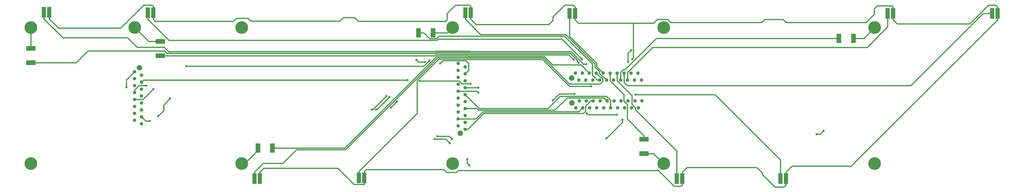
<source format=gbr>
G04 #@! TF.GenerationSoftware,KiCad,Pcbnew,5.0.2-bee76a0~70~ubuntu16.04.1*
G04 #@! TF.CreationDate,2019-05-02T01:50:19-04:00*
G04 #@! TF.ProjectId,BMS_Structural,424d535f-5374-4727-9563-747572616c2e,rev?*
G04 #@! TF.SameCoordinates,Original*
G04 #@! TF.FileFunction,Copper,L2,Bot*
G04 #@! TF.FilePolarity,Positive*
%FSLAX46Y46*%
G04 Gerber Fmt 4.6, Leading zero omitted, Abs format (unit mm)*
G04 Created by KiCad (PCBNEW 5.0.2-bee76a0~70~ubuntu16.04.1) date Thu 02 May 2019 01:50:19 AM EDT*
%MOMM*%
%LPD*%
G01*
G04 APERTURE LIST*
G04 #@! TA.AperFunction,SMDPad,CuDef*
%ADD10R,1.500000X4.000000*%
G04 #@! TD*
G04 #@! TA.AperFunction,ComponentPad*
%ADD11C,1.300000*%
G04 #@! TD*
G04 #@! TA.AperFunction,ComponentPad*
%ADD12C,2.000000*%
G04 #@! TD*
G04 #@! TA.AperFunction,ComponentPad*
%ADD13C,4.648200*%
G04 #@! TD*
G04 #@! TA.AperFunction,SMDPad,CuDef*
%ADD14R,3.500000X1.780000*%
G04 #@! TD*
G04 #@! TA.AperFunction,SMDPad,CuDef*
%ADD15R,1.780000X3.500000*%
G04 #@! TD*
G04 #@! TA.AperFunction,ViaPad*
%ADD16C,0.800000*%
G04 #@! TD*
G04 #@! TA.AperFunction,Conductor*
%ADD17C,0.381000*%
G04 #@! TD*
G04 APERTURE END LIST*
D10*
G04 #@! TO.P,RT11,1*
G04 #@! TO.N,/MODULE1_TEMP1_L*
X27829000Y-21463000D03*
G04 #@! TO.P,RT11,2*
G04 #@! TO.N,/GND_L*
X29829000Y-21463000D03*
G04 #@! TD*
G04 #@! TO.P,RT12,2*
G04 #@! TO.N,/GND_L*
X67802000Y-21590000D03*
G04 #@! TO.P,RT12,1*
G04 #@! TO.N,/MODULE1_TEMP2_L*
X65802000Y-21590000D03*
G04 #@! TD*
G04 #@! TO.P,RT21,2*
G04 #@! TO.N,/GND_L*
X106680000Y-82296000D03*
G04 #@! TO.P,RT21,1*
G04 #@! TO.N,/MODULE2_TEMP1_L*
X104680000Y-82296000D03*
G04 #@! TD*
G04 #@! TO.P,RT22,2*
G04 #@! TO.N,/GND_L*
X144780000Y-82042000D03*
G04 #@! TO.P,RT22,1*
G04 #@! TO.N,/MODULE2_TEMP2_L*
X142780000Y-82042000D03*
G04 #@! TD*
G04 #@! TO.P,RT31,2*
G04 #@! TO.N,/GND_L*
X183642000Y-21590000D03*
G04 #@! TO.P,RT31,1*
G04 #@! TO.N,/MODULE3_TEMP1_L*
X181642000Y-21590000D03*
G04 #@! TD*
G04 #@! TO.P,RT32,2*
G04 #@! TO.N,/GND_L*
X221726000Y-21844000D03*
G04 #@! TO.P,RT32,1*
G04 #@! TO.N,/MODULE3_TEMP2_L*
X219726000Y-21844000D03*
G04 #@! TD*
G04 #@! TO.P,RT41,2*
G04 #@! TO.N,/GND_L*
X260842000Y-82296000D03*
G04 #@! TO.P,RT41,1*
G04 #@! TO.N,/MODULE4_TEMP1_L*
X258842000Y-82296000D03*
G04 #@! TD*
G04 #@! TO.P,RT42,2*
G04 #@! TO.N,/GND_L*
X298688000Y-82296000D03*
G04 #@! TO.P,RT42,1*
G04 #@! TO.N,/MODULE4_TEMP2_L*
X296688000Y-82296000D03*
G04 #@! TD*
G04 #@! TO.P,RT51,2*
G04 #@! TO.N,/GND_L*
X337804000Y-21844000D03*
G04 #@! TO.P,RT51,1*
G04 #@! TO.N,/MODULE5_TEMP1_L*
X335804000Y-21844000D03*
G04 #@! TD*
G04 #@! TO.P,RT52,2*
G04 #@! TO.N,/GND_L*
X375920000Y-21844000D03*
G04 #@! TO.P,RT52,1*
G04 #@! TO.N,/MODULE5_TEMP2_L*
X373920000Y-21844000D03*
G04 #@! TD*
D11*
G04 #@! TO.P,J1,5*
G04 #@! TO.N,/CELL1_VOLT_L*
X226923600Y-43688000D03*
G04 #@! TO.P,J1,3*
G04 #@! TO.N,/MODULE1_TEMP2_L*
X224383600Y-43688000D03*
G04 #@! TO.P,J1,1*
G04 #@! TO.N,/V-_L*
X221843600Y-43688000D03*
G04 #@! TO.P,J1,7*
G04 #@! TO.N,/MODULE2_TEMP1_L*
X229463600Y-43688000D03*
G04 #@! TO.P,J1,2*
G04 #@! TO.N,/CELL0_VOLT_L*
X223113600Y-46228000D03*
G04 #@! TO.P,J1,4*
G04 #@! TO.N,/MODULE1_TEMP1_L*
X225653600Y-46228000D03*
G04 #@! TO.P,J1,6*
G04 #@! TO.N,/MODULE2_TEMP2_L*
X228193600Y-46228000D03*
G04 #@! TO.P,J1,8*
G04 #@! TO.N,/CELL2_VOLT_L*
X230733600Y-46228000D03*
G04 #@! TO.P,J1,9*
G04 #@! TO.N,/MODULE3_TEMP2_L*
X232003600Y-43688000D03*
G04 #@! TO.P,J1,10*
G04 #@! TO.N,/MODULE3_TEMP1_L*
X233273600Y-46228000D03*
G04 #@! TO.P,J1,11*
G04 #@! TO.N,/CELL3_VOLT_L*
X234543600Y-43688000D03*
G04 #@! TO.P,J1,12*
G04 #@! TO.N,/MODULE4_TEMP2_L*
X235813600Y-46228000D03*
G04 #@! TO.P,J1,13*
G04 #@! TO.N,/MODULE4_TEMP1_L*
X237083600Y-43688000D03*
G04 #@! TO.P,J1,14*
G04 #@! TO.N,/CELL4_VOLT_L*
X238353600Y-46228000D03*
G04 #@! TO.P,J1,15*
G04 #@! TO.N,/MODULE5_TEMP2_L*
X239623600Y-43688000D03*
G04 #@! TO.P,J1,16*
G04 #@! TO.N,/MODULE5_TEMP1_L*
X240893600Y-46228000D03*
G04 #@! TO.P,J1,17*
G04 #@! TO.N,/GND_L*
X242163600Y-43688000D03*
G04 #@! TO.P,J1,18*
G04 #@! TO.N,Net-(J1-Pad18)*
X243433600Y-46228000D03*
G04 #@! TO.P,J1,19*
G04 #@! TO.N,Net-(J1-Pad19)*
X244703600Y-43688000D03*
G04 #@! TO.P,J1,20*
G04 #@! TO.N,Net-(J1-Pad20)*
X245973600Y-46228000D03*
D12*
G04 #@! TO.P,J1,21*
G04 #@! TO.N,N/C*
X220443600Y-45488000D03*
G04 #@! TD*
D11*
G04 #@! TO.P,J3,5*
G04 #@! TO.N,/CELL1_VOLT_R*
X227025200Y-56388000D03*
G04 #@! TO.P,J3,3*
G04 #@! TO.N,/MODULE1_TEMP2_R*
X224485200Y-56388000D03*
G04 #@! TO.P,J3,1*
G04 #@! TO.N,/V-_R*
X221945200Y-56388000D03*
G04 #@! TO.P,J3,7*
G04 #@! TO.N,/MODULE2_TEMP1_R*
X229565200Y-56388000D03*
G04 #@! TO.P,J3,2*
G04 #@! TO.N,/CELL0_VOLT_R*
X223215200Y-53848000D03*
G04 #@! TO.P,J3,4*
G04 #@! TO.N,/MODULE1_TEMP1_R*
X225755200Y-53848000D03*
G04 #@! TO.P,J3,6*
G04 #@! TO.N,/MODULE2_TEMP2_R*
X228295200Y-53848000D03*
G04 #@! TO.P,J3,8*
G04 #@! TO.N,/CELL2_VOLT_R*
X230835200Y-53848000D03*
G04 #@! TO.P,J3,9*
G04 #@! TO.N,/MODULE3_TEMP2_R*
X232105200Y-56388000D03*
G04 #@! TO.P,J3,10*
G04 #@! TO.N,/MODULE3_TEMP1_R*
X233375200Y-53848000D03*
G04 #@! TO.P,J3,11*
G04 #@! TO.N,/CELL3_VOLT_R*
X234645200Y-56388000D03*
G04 #@! TO.P,J3,12*
G04 #@! TO.N,/MODULE4_TEMP2_R*
X235915200Y-53848000D03*
G04 #@! TO.P,J3,13*
G04 #@! TO.N,/MODULE4_TEMP1_R*
X237185200Y-56388000D03*
G04 #@! TO.P,J3,14*
G04 #@! TO.N,/CELL4_VOLT_R*
X238455200Y-53848000D03*
G04 #@! TO.P,J3,15*
G04 #@! TO.N,/MODULE5_TEMP2_R*
X239725200Y-56388000D03*
G04 #@! TO.P,J3,16*
G04 #@! TO.N,/MODULE5_TEMP1_R*
X240995200Y-53848000D03*
G04 #@! TO.P,J3,17*
G04 #@! TO.N,/GND_R*
X242265200Y-56388000D03*
G04 #@! TO.P,J3,18*
G04 #@! TO.N,Net-(J3-Pad18)*
X243535200Y-53848000D03*
G04 #@! TO.P,J3,19*
G04 #@! TO.N,Net-(J3-Pad19)*
X244805200Y-56388000D03*
G04 #@! TO.P,J3,20*
G04 #@! TO.N,Net-(J3-Pad20)*
X246075200Y-53848000D03*
D12*
G04 #@! TO.P,J3,21*
G04 #@! TO.N,N/C*
X220545200Y-54588000D03*
G04 #@! TD*
D13*
G04 #@! TO.P,B1,1*
G04 #@! TO.N,Net-(B1-Pad1)*
X23061600Y-27051000D03*
G04 #@! TD*
G04 #@! TO.P,B2,1*
G04 #@! TO.N,Net-(B2-Pad1)*
X100061600Y-76827800D03*
G04 #@! TD*
G04 #@! TO.P,B3,1*
G04 #@! TO.N,Net-(B3-Pad1)*
X177061600Y-27051000D03*
G04 #@! TD*
G04 #@! TO.P,B4,1*
G04 #@! TO.N,Net-(B4-Pad1)*
X254061601Y-76827800D03*
G04 #@! TD*
G04 #@! TO.P,B5,1*
G04 #@! TO.N,Net-(B5-Pad1)*
X331061601Y-27051000D03*
G04 #@! TD*
G04 #@! TO.P,B6,1*
G04 #@! TO.N,Net-(B6-Pad1)*
X331061601Y-76827800D03*
G04 #@! TD*
G04 #@! TO.P,B7,1*
G04 #@! TO.N,Net-(B7-Pad1)*
X254061601Y-27051000D03*
G04 #@! TD*
G04 #@! TO.P,B8,1*
G04 #@! TO.N,Net-(B8-Pad1)*
X177061600Y-76827800D03*
G04 #@! TD*
G04 #@! TO.P,B10,1*
G04 #@! TO.N,Net-(B10-Pad1)*
X23061600Y-76827800D03*
G04 #@! TD*
G04 #@! TO.P,B12,1*
G04 #@! TO.N,Net-(B12-Pad1)*
X61061600Y-27051000D03*
G04 #@! TD*
D11*
G04 #@! TO.P,J2,5*
G04 #@! TO.N,/MODULE9_TEMP1_R*
X60960000Y-48260000D03*
G04 #@! TO.P,J2,3*
G04 #@! TO.N,/MODULE10_TEMP2_R*
X60960000Y-45720000D03*
G04 #@! TO.P,J2,1*
G04 #@! TO.N,/MODULE10_TEMP1_R*
X60960000Y-43180000D03*
G04 #@! TO.P,J2,7*
G04 #@! TO.N,/MODULE9_TEMP2_R*
X60960000Y-50800000D03*
G04 #@! TO.P,J2,2*
G04 #@! TO.N,/CELL10_VOLT_R*
X63500000Y-44450000D03*
G04 #@! TO.P,J2,4*
G04 #@! TO.N,/V-_R*
X63500000Y-46990000D03*
G04 #@! TO.P,J2,6*
G04 #@! TO.N,/CELL9_VOLT_R*
X63500000Y-49530000D03*
G04 #@! TO.P,J2,8*
G04 #@! TO.N,/MODULE8_TEMP1_R*
X63500000Y-52070000D03*
G04 #@! TO.P,J2,9*
G04 #@! TO.N,/CELL8_VOLT_R*
X60960000Y-53340000D03*
G04 #@! TO.P,J2,10*
G04 #@! TO.N,/MODULE8_TEMP2_R*
X63500000Y-54610000D03*
G04 #@! TO.P,J2,11*
G04 #@! TO.N,/MODULE7_TEMP1_R*
X60960000Y-55880000D03*
G04 #@! TO.P,J2,12*
G04 #@! TO.N,/CELL7_VOLT_R*
X63500000Y-57150000D03*
G04 #@! TO.P,J2,13*
G04 #@! TO.N,/MODULE7_TEMP2_R*
X60960000Y-58420000D03*
G04 #@! TO.P,J2,14*
G04 #@! TO.N,/MODULE6_TEMP1_R*
X63500000Y-59690000D03*
G04 #@! TO.P,J2,15*
G04 #@! TO.N,/CELL6_VOLT_R*
X60960000Y-60960000D03*
G04 #@! TO.P,J2,16*
G04 #@! TO.N,/MODULE6_TEMP2_R*
X63500000Y-62230000D03*
D12*
G04 #@! TO.P,J2,17*
G04 #@! TO.N,N/C*
X62760000Y-41780000D03*
G04 #@! TD*
D11*
G04 #@! TO.P,J4,5*
G04 #@! TO.N,/CELL4_VOLT_R*
X181610000Y-59182000D03*
G04 #@! TO.P,J4,3*
G04 #@! TO.N,/MODULE2_TEMP1_R*
X181610000Y-61722000D03*
G04 #@! TO.P,J4,1*
G04 #@! TO.N,/MODULE2_TEMP2_R*
X181610000Y-64262000D03*
G04 #@! TO.P,J4,7*
G04 #@! TO.N,/MODULE3_TEMP1_R*
X181610000Y-56642000D03*
G04 #@! TO.P,J4,2*
G04 #@! TO.N,/CELL2_VOLT_R*
X179070000Y-62992000D03*
G04 #@! TO.P,J4,4*
G04 #@! TO.N,/MODULE1_TEMP2_R*
X179070000Y-60452000D03*
G04 #@! TO.P,J4,6*
G04 #@! TO.N,/MODULE3_TEMP2_R*
X179070000Y-57912000D03*
G04 #@! TO.P,J4,8*
G04 #@! TO.N,/CELL5_VOLT_R*
X179070000Y-55372000D03*
G04 #@! TO.P,J4,9*
G04 #@! TO.N,/MODULE4_TEMP2_R*
X181610000Y-54102000D03*
G04 #@! TO.P,J4,10*
G04 #@! TO.N,/MODULE4_TEMP1_R*
X179070000Y-52832000D03*
G04 #@! TO.P,J4,11*
G04 #@! TO.N,/CELL3_VOLT_R*
X181610000Y-51562000D03*
G04 #@! TO.P,J4,12*
G04 #@! TO.N,/MODULE5_TEMP2_R*
X179070000Y-50292000D03*
G04 #@! TO.P,J4,13*
G04 #@! TO.N,/MODULE5_TEMP1_R*
X181610000Y-49022000D03*
G04 #@! TO.P,J4,14*
G04 #@! TO.N,/CELL1_VOLT_R*
X179070000Y-47752000D03*
G04 #@! TO.P,J4,15*
G04 #@! TO.N,/MODULE1_TEMP1_R*
X181610000Y-46482000D03*
G04 #@! TO.P,J4,16*
G04 #@! TO.N,/CELL0_VOLT_R*
X179070000Y-45212000D03*
G04 #@! TO.P,J4,17*
G04 #@! TO.N,/V+_R*
X181610000Y-43942000D03*
G04 #@! TO.P,J4,18*
G04 #@! TO.N,/VREG_R*
X179070000Y-42672000D03*
G04 #@! TO.P,J4,19*
G04 #@! TO.N,/GND_R*
X181610000Y-41402000D03*
G04 #@! TO.P,J4,20*
G04 #@! TO.N,Net-(J4-Pad20)*
X179070000Y-40132000D03*
D12*
G04 #@! TO.P,J4,21*
G04 #@! TO.N,N/C*
X179810000Y-65662000D03*
G04 #@! TD*
D13*
G04 #@! TO.P,B9,1*
G04 #@! TO.N,Net-(B9-Pad1)*
X100061600Y-27051000D03*
G04 #@! TD*
D14*
G04 #@! TO.P,F1,1*
G04 #@! TO.N,/CELL0_VOLT_L*
X23114000Y-39878000D03*
G04 #@! TO.P,F1,2*
G04 #@! TO.N,Net-(B1-Pad1)*
X23114000Y-34598000D03*
G04 #@! TD*
D15*
G04 #@! TO.P,F2,1*
G04 #@! TO.N,/CELL1_VOLT_L*
X111252000Y-71120000D03*
G04 #@! TO.P,F2,2*
G04 #@! TO.N,Net-(B2-Pad1)*
X105972000Y-71120000D03*
G04 #@! TD*
G04 #@! TO.P,F3,1*
G04 #@! TO.N,/CELL2_VOLT_L*
X164592000Y-28956000D03*
G04 #@! TO.P,F3,2*
G04 #@! TO.N,Net-(B3-Pad1)*
X169872000Y-28956000D03*
G04 #@! TD*
D14*
G04 #@! TO.P,F4,2*
G04 #@! TO.N,Net-(B4-Pad1)*
X246888000Y-73152000D03*
G04 #@! TO.P,F4,1*
G04 #@! TO.N,/CELL3_VOLT_L*
X246888000Y-67872000D03*
G04 #@! TD*
D15*
G04 #@! TO.P,F5,2*
G04 #@! TO.N,Net-(B5-Pad1)*
X323288000Y-30988000D03*
G04 #@! TO.P,F5,1*
G04 #@! TO.N,/CELL4_VOLT_L*
X318008000Y-30988000D03*
G04 #@! TD*
D14*
G04 #@! TO.P,F13,1*
G04 #@! TO.N,/V-_L*
X70358000Y-37338000D03*
G04 #@! TO.P,F13,2*
G04 #@! TO.N,Net-(B12-Pad1)*
X70358000Y-32058000D03*
G04 #@! TD*
D16*
G04 #@! TO.N,/MODULE5_TEMP2_R*
X186436012Y-50800000D03*
G04 #@! TO.N,/MODULE4_TEMP2_R*
X221475836Y-51336510D03*
X213614000Y-53660554D03*
G04 #@! TO.N,/MODULE5_TEMP1_R*
X186436000Y-49022000D03*
G04 #@! TO.N,/MODULE10_TEMP1_R*
X57995331Y-48883382D03*
G04 #@! TO.N,/V+_R*
X79756000Y-41148000D03*
X172466000Y-40132000D03*
X168584601Y-39066160D03*
G04 #@! TO.N,/MODULE9_TEMP2_R*
X65278000Y-48260000D03*
G04 #@! TO.N,/MODULE7_TEMP2_R*
X153981102Y-52399658D03*
X149098000Y-57048479D03*
G04 #@! TO.N,/MODULE7_TEMP1_R*
X156701648Y-54085647D03*
X154482973Y-56337023D03*
G04 #@! TO.N,/MODULE6_TEMP1_R*
X66547994Y-61214000D03*
X170434000Y-67818000D03*
X176022000Y-69342000D03*
X309880000Y-66040000D03*
X312420000Y-64770000D03*
G04 #@! TO.N,/MODULE6_TEMP2_R*
X171450000Y-66801996D03*
X176784000Y-67789490D03*
G04 #@! TO.N,/GND_R*
X233172000Y-67564000D03*
X183134000Y-77470000D03*
X182372000Y-75155490D03*
X239014000Y-60785468D03*
X166878000Y-39624000D03*
X163830000Y-38862000D03*
X73914000Y-52981402D03*
X69596000Y-59436000D03*
X242179489Y-35269243D03*
X241046000Y-39624000D03*
G04 #@! TO.N,/GND_L*
X242570000Y-38608000D03*
G04 #@! TO.N,/V-_R*
X183511978Y-47555655D03*
X160528000Y-46228000D03*
X164964956Y-46565053D03*
G04 #@! TO.N,/CELL3_VOLT_R*
X181610000Y-51562000D03*
G04 #@! TO.N,/CELL4_VOLT_R*
X236982000Y-58928000D03*
X225919515Y-58426457D03*
G04 #@! TO.N,/CELL8_VOLT_R*
X67818000Y-49530000D03*
G04 #@! TO.N,/CELL6_VOLT_R*
X152908000Y-52070000D03*
X147574000Y-57048479D03*
G04 #@! TO.N,/CELL0_VOLT_L*
X223012000Y-39878000D03*
G04 #@! TO.N,/V-_L*
X221204164Y-38739787D03*
G04 #@! TO.N,/MODULE1_TEMP2_L*
X224292519Y-38636510D03*
G04 #@! TO.N,/MODULE1_TEMP1_L*
X225806000Y-40386000D03*
G04 #@! TO.N,/MODULE2_TEMP2_L*
X227584000Y-48514000D03*
G04 #@! TO.N,/MODULE4_TEMP2_L*
X243811490Y-51562000D03*
G04 #@! TD*
D17*
G04 #@! TO.N,/MODULE5_TEMP2_R*
X179070000Y-50292000D02*
X185928012Y-50292000D01*
X186036013Y-50400001D02*
X186436012Y-50800000D01*
X185928012Y-50292000D02*
X186036013Y-50400001D01*
G04 #@! TO.N,/MODULE4_TEMP2_R*
X213614000Y-53594000D02*
X215871490Y-51336510D01*
X215871490Y-51336510D02*
X220910151Y-51336510D01*
X220910151Y-51336510D02*
X221475836Y-51336510D01*
X213614000Y-53594000D02*
X213614000Y-53660554D01*
G04 #@! TO.N,/MODULE2_TEMP2_R*
X182529238Y-64262000D02*
X181610000Y-64262000D01*
X188371238Y-58420000D02*
X182529238Y-64262000D01*
X224756030Y-58420000D02*
X188371238Y-58420000D01*
X228295200Y-53848000D02*
X227375962Y-53848000D01*
X227375962Y-53848000D02*
X225540073Y-55683889D01*
X225540073Y-55683889D02*
X225540073Y-57635957D01*
X225540073Y-57635957D02*
X224756030Y-58420000D01*
G04 #@! TO.N,/MODULE5_TEMP1_R*
X186436000Y-49022000D02*
X181610000Y-49022000D01*
G04 #@! TO.N,/MODULE1_TEMP2_R*
X223034211Y-57838989D02*
X188130576Y-57838989D01*
X224485200Y-56388000D02*
X223034211Y-57838989D01*
X188130576Y-57838989D02*
X185517565Y-60452000D01*
X179989238Y-60452000D02*
X179070000Y-60452000D01*
X185517565Y-60452000D02*
X179989238Y-60452000D01*
G04 #@! TO.N,/MODULE3_TEMP1_R*
X214302989Y-57223011D02*
X186449338Y-57223011D01*
X186449338Y-57223011D02*
X185868327Y-56642000D01*
X182529238Y-56642000D02*
X181610000Y-56642000D01*
X218817978Y-52708022D02*
X214302989Y-57223011D01*
X233375200Y-53848000D02*
X232235222Y-52708022D01*
X185868327Y-56642000D02*
X182529238Y-56642000D01*
X232235222Y-52708022D02*
X218817978Y-52708022D01*
G04 #@! TO.N,/MODULE10_TEMP1_R*
X57995331Y-46144669D02*
X57995331Y-48317697D01*
X57995331Y-48317697D02*
X57995331Y-48883382D01*
X60960000Y-43180000D02*
X57995331Y-46144669D01*
G04 #@! TO.N,/V+_R*
X173506501Y-39091499D02*
X172865999Y-39732001D01*
X181839499Y-39091499D02*
X173506501Y-39091499D01*
X181610000Y-43942000D02*
X182855499Y-42696501D01*
X182855499Y-40107499D02*
X181839499Y-39091499D01*
X172865999Y-39732001D02*
X172466000Y-40132000D01*
X182855499Y-42696501D02*
X182855499Y-40107499D01*
X168184602Y-39466159D02*
X168584601Y-39066160D01*
X79756000Y-41148000D02*
X166502761Y-41148000D01*
X166502761Y-41148000D02*
X168184602Y-39466159D01*
G04 #@! TO.N,/MODULE9_TEMP2_R*
X60960000Y-49880762D02*
X62580762Y-48260000D01*
X62580762Y-48260000D02*
X65278000Y-48260000D01*
X60960000Y-50800000D02*
X60960000Y-49880762D01*
G04 #@! TO.N,/MODULE7_TEMP2_R*
X149332281Y-57048479D02*
X149098000Y-57048479D01*
X153981102Y-52399658D02*
X149332281Y-57048479D01*
G04 #@! TO.N,/MODULE7_TEMP1_R*
X156701648Y-54085647D02*
X154482973Y-56304322D01*
X154482973Y-56304322D02*
X154482973Y-56337023D01*
G04 #@! TO.N,/MODULE6_TEMP1_R*
X65982309Y-61214000D02*
X66547994Y-61214000D01*
X63500000Y-59690000D02*
X65024000Y-61214000D01*
X65024000Y-61214000D02*
X65982309Y-61214000D01*
X174498000Y-67818000D02*
X176022000Y-69342000D01*
X170434000Y-67818000D02*
X174498000Y-67818000D01*
X311150000Y-66040000D02*
X312420000Y-64770000D01*
X309880000Y-66040000D02*
X311150000Y-66040000D01*
G04 #@! TO.N,/MODULE6_TEMP2_R*
X175796506Y-66801996D02*
X176384001Y-67389491D01*
X171450000Y-66801996D02*
X175796506Y-66801996D01*
X176384001Y-67389491D02*
X176784000Y-67789490D01*
G04 #@! TO.N,/GND_R*
X183134000Y-77470000D02*
X182372000Y-76708000D01*
X182372000Y-76708000D02*
X182372000Y-75721175D01*
X182372000Y-75721175D02*
X182372000Y-75155490D01*
X239014000Y-61722000D02*
X239014000Y-61351153D01*
X233172000Y-67564000D02*
X239014000Y-61722000D01*
X239014000Y-61351153D02*
X239014000Y-60785468D01*
X166878000Y-39624000D02*
X164592000Y-39624000D01*
X164592000Y-39624000D02*
X163830000Y-38862000D01*
X69995999Y-59036001D02*
X69596000Y-59436000D01*
X71628000Y-57404000D02*
X69995999Y-59036001D01*
X71628000Y-55267402D02*
X71628000Y-57404000D01*
X73914000Y-52981402D02*
X71628000Y-55267402D01*
X242179489Y-35269243D02*
X241046000Y-36402732D01*
X241046000Y-39058315D02*
X241046000Y-39624000D01*
X241046000Y-36402732D02*
X241046000Y-39058315D01*
G04 #@! TO.N,/GND_L*
X375920000Y-19463000D02*
X375253000Y-18796000D01*
X375920000Y-21844000D02*
X375920000Y-19463000D01*
X375253000Y-18796000D02*
X372618000Y-18796000D01*
X372618000Y-18796000D02*
X365760000Y-25654000D01*
X337804000Y-24225000D02*
X337804000Y-21844000D01*
X339233000Y-25654000D02*
X337804000Y-24225000D01*
X365760000Y-25654000D02*
X339233000Y-25654000D01*
X221726000Y-19463000D02*
X221059000Y-18796000D01*
X221726000Y-21844000D02*
X221726000Y-19463000D01*
X221059000Y-18796000D02*
X217932000Y-18796000D01*
X217932000Y-18796000D02*
X213614000Y-23114000D01*
X213614000Y-23114000D02*
X213614000Y-24384000D01*
X213614000Y-24384000D02*
X212090000Y-25908000D01*
X185579000Y-25908000D02*
X183642000Y-23971000D01*
X183642000Y-23971000D02*
X183642000Y-21590000D01*
X212090000Y-25908000D02*
X185579000Y-25908000D01*
X68513285Y-24682285D02*
X67802000Y-23971000D01*
X97028000Y-24682285D02*
X68513285Y-24682285D01*
X98088285Y-23622000D02*
X97028000Y-24682285D01*
X67802000Y-23971000D02*
X67802000Y-21590000D01*
X103378000Y-24638000D02*
X102362000Y-23622000D01*
X135890000Y-24638000D02*
X103378000Y-24638000D01*
X178054000Y-18796000D02*
X175006000Y-21844000D01*
X102362000Y-23622000D02*
X98088285Y-23622000D01*
X183229000Y-18796000D02*
X178054000Y-18796000D01*
X137160000Y-23368000D02*
X135890000Y-24638000D01*
X175006000Y-21844000D02*
X175006000Y-24130000D01*
X183642000Y-19209000D02*
X183229000Y-18796000D01*
X183642000Y-21590000D02*
X183642000Y-19209000D01*
X174244000Y-24892000D02*
X174035687Y-24683687D01*
X174035687Y-24683687D02*
X142539687Y-24683687D01*
X142539687Y-24683687D02*
X141224000Y-23368000D01*
X175006000Y-24130000D02*
X174244000Y-24892000D01*
X141224000Y-23368000D02*
X137160000Y-23368000D01*
X375920000Y-24225000D02*
X322421000Y-77724000D01*
X375920000Y-21844000D02*
X375920000Y-24225000D01*
X298688000Y-79915000D02*
X298688000Y-82296000D01*
X300879000Y-77724000D02*
X298688000Y-79915000D01*
X322421000Y-77724000D02*
X300879000Y-77724000D01*
X262525000Y-78232000D02*
X260842000Y-79915000D01*
X260842000Y-79915000D02*
X260842000Y-82296000D01*
X288063486Y-78232000D02*
X262525000Y-78232000D01*
X290068000Y-80236514D02*
X288063486Y-78232000D01*
X290068000Y-80772000D02*
X290068000Y-80236514D01*
X298688000Y-82296000D02*
X298688000Y-84677000D01*
X298688000Y-84677000D02*
X298021000Y-85344000D01*
X298021000Y-85344000D02*
X294640000Y-85344000D01*
X294640000Y-85344000D02*
X290068000Y-80772000D01*
X144780000Y-79661000D02*
X144780000Y-82042000D01*
X260429000Y-85090000D02*
X257850351Y-85090000D01*
X260842000Y-82296000D02*
X260842000Y-84677000D01*
X260842000Y-84677000D02*
X260429000Y-85090000D01*
X257850351Y-85090000D02*
X252089978Y-79329627D01*
X145447000Y-78994000D02*
X144780000Y-79661000D01*
X252089978Y-79329627D02*
X179033223Y-79329627D01*
X179033223Y-79329627D02*
X178352850Y-80010000D01*
X178352850Y-80010000D02*
X174841485Y-80010000D01*
X173825485Y-78994000D02*
X145447000Y-78994000D01*
X174841485Y-80010000D02*
X173825485Y-78994000D01*
X144770499Y-84432501D02*
X141074501Y-84432501D01*
X144780000Y-84423000D02*
X144770499Y-84432501D01*
X144780000Y-82042000D02*
X144780000Y-84423000D01*
X141074501Y-84432501D02*
X135128000Y-78486000D01*
X106680000Y-79915000D02*
X106680000Y-82296000D01*
X108109000Y-78486000D02*
X106680000Y-79915000D01*
X135128000Y-78486000D02*
X108109000Y-78486000D01*
X337804000Y-19463000D02*
X337804000Y-21844000D01*
X331978000Y-19050000D02*
X337391000Y-19050000D01*
X337391000Y-19050000D02*
X337804000Y-19463000D01*
X330962000Y-22098000D02*
X330962000Y-20066000D01*
X327914000Y-25146000D02*
X330962000Y-22098000D01*
X298704000Y-25146000D02*
X327914000Y-25146000D01*
X221726000Y-24225000D02*
X222901000Y-25400000D01*
X250310286Y-25400000D02*
X251681887Y-24028399D01*
X255512450Y-24028399D02*
X256630051Y-25146000D01*
X290920237Y-24039763D02*
X297597763Y-24039763D01*
X221726000Y-21844000D02*
X221726000Y-24225000D01*
X251681887Y-24028399D02*
X255512450Y-24028399D01*
X289814000Y-25146000D02*
X290920237Y-24039763D01*
X330962000Y-20066000D02*
X331978000Y-19050000D01*
X297597763Y-24039763D02*
X298704000Y-25146000D01*
X256630051Y-25146000D02*
X289814000Y-25146000D01*
X242570000Y-38608000D02*
X242969999Y-38208001D01*
X222901000Y-25400000D02*
X243078000Y-25400000D01*
X242969999Y-25508001D02*
X243078000Y-25400000D01*
X243078000Y-25400000D02*
X250310286Y-25400000D01*
X242969999Y-38208001D02*
X242969999Y-25508001D01*
X67802000Y-19209000D02*
X67802000Y-21590000D01*
X67389000Y-18796000D02*
X67802000Y-19209000D01*
X64262000Y-18796000D02*
X67389000Y-18796000D01*
X29829000Y-23844000D02*
X33163000Y-27178000D01*
X29829000Y-21463000D02*
X29829000Y-23844000D01*
X33163000Y-27178000D02*
X55880000Y-27178000D01*
X55880000Y-27178000D02*
X64262000Y-18796000D01*
G04 #@! TO.N,Net-(B1-Pad1)*
X23114000Y-27103400D02*
X23061600Y-27051000D01*
X23114000Y-34598000D02*
X23114000Y-27103400D01*
G04 #@! TO.N,Net-(B2-Pad1)*
X101124200Y-76827800D02*
X100061600Y-76827800D01*
X105972000Y-71980000D02*
X101124200Y-76827800D01*
X105972000Y-71120000D02*
X105972000Y-71980000D01*
G04 #@! TO.N,Net-(B3-Pad1)*
X175156600Y-28956000D02*
X177061600Y-27051000D01*
X169872000Y-28956000D02*
X175156600Y-28956000D01*
G04 #@! TO.N,Net-(B4-Pad1)*
X250385801Y-73152000D02*
X254061601Y-76827800D01*
X246888000Y-73152000D02*
X250385801Y-73152000D01*
G04 #@! TO.N,Net-(B5-Pad1)*
X327124601Y-30988000D02*
X331061601Y-27051000D01*
X323288000Y-30988000D02*
X327124601Y-30988000D01*
G04 #@! TO.N,Net-(B12-Pad1)*
X66068600Y-32058000D02*
X70358000Y-32058000D01*
X61061600Y-27051000D02*
X66068600Y-32058000D01*
G04 #@! TO.N,/V-_R*
X64262000Y-46228000D02*
X63500000Y-46990000D01*
X160528000Y-46228000D02*
X64262000Y-46228000D01*
X179422995Y-46565053D02*
X165530641Y-46565053D01*
X165530641Y-46565053D02*
X164964956Y-46565053D01*
X183511978Y-47555655D02*
X180413597Y-47555655D01*
X180413597Y-47555655D02*
X179422995Y-46565053D01*
G04 #@! TO.N,/CELL3_VOLT_R*
X233194153Y-52127011D02*
X216317487Y-52127011D01*
X216317487Y-52127011D02*
X211802498Y-56642000D01*
X186690000Y-56642000D02*
X182259999Y-52211999D01*
X234645200Y-56388000D02*
X234645200Y-53578058D01*
X234645200Y-53578058D02*
X233194153Y-52127011D01*
X211802498Y-56642000D02*
X186690000Y-56642000D01*
X182259999Y-52211999D02*
X181610000Y-51562000D01*
G04 #@! TO.N,/CELL4_VOLT_R*
X226319514Y-58826456D02*
X225919515Y-58426457D01*
X236982000Y-58928000D02*
X226421058Y-58928000D01*
X226421058Y-58928000D02*
X226319514Y-58826456D01*
G04 #@! TO.N,/CELL8_VOLT_R*
X64008000Y-53340000D02*
X67818000Y-49530000D01*
X60960000Y-53340000D02*
X64008000Y-53340000D01*
G04 #@! TO.N,/CELL6_VOLT_R*
X152908000Y-52070000D02*
X147929521Y-57048479D01*
X147929521Y-57048479D02*
X147574000Y-57048479D01*
G04 #@! TO.N,/CELL0_VOLT_L*
X222612001Y-39029673D02*
X219977339Y-36395011D01*
X222612001Y-39478001D02*
X222612001Y-39029673D01*
X72757913Y-36395011D02*
X71922902Y-35560000D01*
X223012000Y-39878000D02*
X222612001Y-39478001D01*
X183251376Y-36395011D02*
X183042809Y-36186444D01*
X71922902Y-35560000D02*
X43942000Y-35560000D01*
X183042809Y-36186444D02*
X170938922Y-36186444D01*
X170730355Y-36395011D02*
X72757913Y-36395011D01*
X219977339Y-36395011D02*
X183251376Y-36395011D01*
X25245000Y-39878000D02*
X23114000Y-39878000D01*
X43942000Y-35560000D02*
X39624000Y-39878000D01*
X170938922Y-36186444D02*
X170730355Y-36395011D01*
X39624000Y-39878000D02*
X25245000Y-39878000D01*
G04 #@! TO.N,/CELL1_VOLT_L*
X182561485Y-37348466D02*
X171420246Y-37348466D01*
X182770052Y-37557033D02*
X182561485Y-37348466D01*
X213507845Y-40668501D02*
X210396379Y-37557033D01*
X112523000Y-71120000D02*
X111252000Y-71120000D01*
X223904101Y-40668501D02*
X213507845Y-40668501D01*
X171420246Y-37348466D02*
X137648712Y-71120000D01*
X226923600Y-43688000D02*
X223904101Y-40668501D01*
X137648712Y-71120000D02*
X112523000Y-71120000D01*
X210396379Y-37557033D02*
X182770052Y-37557033D01*
G04 #@! TO.N,/CELL2_VOLT_L*
X165863000Y-28956000D02*
X164592000Y-28956000D01*
X172017913Y-30152989D02*
X171074401Y-31096501D01*
X171074401Y-31096501D02*
X168669599Y-31096501D01*
X229814362Y-46228000D02*
X227964101Y-44377739D01*
X168669599Y-31096501D02*
X166529098Y-28956000D01*
X166529098Y-28956000D02*
X165863000Y-28956000D01*
X227964101Y-40258101D02*
X217858989Y-30152989D01*
X227964101Y-44377739D02*
X227964101Y-40258101D01*
X217858989Y-30152989D02*
X172017913Y-30152989D01*
X230733600Y-46228000D02*
X229814362Y-46228000D01*
G04 #@! TO.N,/CELL3_VOLT_L*
X234543600Y-46497942D02*
X234543600Y-44607238D01*
X239495701Y-51450043D02*
X234543600Y-46497942D01*
X239495701Y-53888443D02*
X239495701Y-51450043D01*
X234543600Y-44607238D02*
X234543600Y-43688000D01*
X240765701Y-55158443D02*
X239495701Y-53888443D01*
X240765701Y-60478701D02*
X240765701Y-55158443D01*
X246888000Y-66601000D02*
X240765701Y-60478701D01*
X246888000Y-67872000D02*
X246888000Y-66601000D01*
G04 #@! TO.N,/CELL4_VOLT_L*
X238353600Y-45308762D02*
X238353600Y-46228000D01*
X238353600Y-43332400D02*
X238353600Y-45308762D01*
X251359942Y-30988000D02*
X239929942Y-42418000D01*
X239929942Y-42418000D02*
X239268000Y-42418000D01*
X318008000Y-30988000D02*
X251359942Y-30988000D01*
X239268000Y-42418000D02*
X238353600Y-43332400D01*
G04 #@! TO.N,/V-_L*
X170609039Y-37338000D02*
X171179584Y-36767455D01*
X183010714Y-36976022D02*
X219440399Y-36976022D01*
X171179584Y-36767455D02*
X182802147Y-36767455D01*
X182802147Y-36767455D02*
X183010714Y-36976022D01*
X219440399Y-36976022D02*
X220804165Y-38339788D01*
X220804165Y-38339788D02*
X221204164Y-38739787D01*
X70358000Y-37338000D02*
X170609039Y-37338000D01*
G04 #@! TO.N,/MODULE1_TEMP2_L*
X171315063Y-31677512D02*
X171726587Y-31265988D01*
X171726587Y-31265988D02*
X216921997Y-31265988D01*
X65802000Y-21590000D02*
X65802000Y-23971000D01*
X216921997Y-31265988D02*
X223892520Y-38236511D01*
X223892520Y-38236511D02*
X224292519Y-38636510D01*
X73508512Y-31677512D02*
X171315063Y-31677512D01*
X65802000Y-23971000D02*
X73508512Y-31677512D01*
G04 #@! TO.N,/MODULE2_TEMP1_L*
X230963099Y-45187499D02*
X231233041Y-45187499D01*
X230822553Y-47678989D02*
X219696661Y-47678989D01*
X120068989Y-71701011D02*
X115062000Y-76708000D01*
X137889374Y-71701011D02*
X120068989Y-71701011D01*
X107887000Y-76708000D02*
X104680000Y-79915000D01*
X115062000Y-76708000D02*
X107887000Y-76708000D01*
X231774101Y-46727441D02*
X230822553Y-47678989D01*
X229463600Y-43688000D02*
X230963099Y-45187499D01*
X231233041Y-45187499D02*
X231774101Y-45728559D01*
X182320823Y-37929477D02*
X171660908Y-37929477D01*
X219696661Y-47678989D02*
X210155717Y-38138044D01*
X171660908Y-37929477D02*
X137889374Y-71701011D01*
X210155717Y-38138044D02*
X182529390Y-38138044D01*
X182529390Y-38138044D02*
X182320823Y-37929477D01*
X104680000Y-79915000D02*
X104680000Y-82296000D01*
X231774101Y-45728559D02*
X231774101Y-46727441D01*
G04 #@! TO.N,/MODULE1_TEMP1_L*
X170698260Y-35605433D02*
X170489693Y-35814000D01*
X183283471Y-35605433D02*
X170698260Y-35605433D01*
X27829000Y-23844000D02*
X27829000Y-21463000D01*
X225806000Y-40386000D02*
X224790000Y-40386000D01*
X73406000Y-35814000D02*
X71808989Y-34216989D01*
X71808989Y-34216989D02*
X61859490Y-34216989D01*
X58420000Y-30777499D02*
X34762499Y-30777499D01*
X170489693Y-35814000D02*
X73406000Y-35814000D01*
X34762499Y-30777499D02*
X27829000Y-23844000D01*
X183492038Y-35814000D02*
X183283471Y-35605433D01*
X61859490Y-34216989D02*
X58420000Y-30777499D01*
X220218001Y-35814000D02*
X183492038Y-35814000D01*
X224790000Y-40386000D02*
X220218001Y-35814000D01*
G04 #@! TO.N,/MODULE2_TEMP2_L*
X164038036Y-46374022D02*
X171901570Y-38510488D01*
X209915055Y-38719055D02*
X219710000Y-48514000D01*
X182288728Y-38719055D02*
X209915055Y-38719055D01*
X171901570Y-38510488D02*
X182080161Y-38510488D01*
X142780000Y-82042000D02*
X142780000Y-79661000D01*
X182080161Y-38510488D02*
X182288728Y-38719055D01*
X227018315Y-48514000D02*
X227584000Y-48514000D01*
X164038036Y-58402964D02*
X164038036Y-46374022D01*
X142780000Y-79661000D02*
X164038036Y-58402964D01*
X219710000Y-48514000D02*
X227018315Y-48514000D01*
G04 #@! TO.N,/MODULE3_TEMP2_L*
X219726000Y-21844000D02*
X219726000Y-30242000D01*
X229616000Y-40132000D02*
X229616000Y-41300400D01*
X219726000Y-30242000D02*
X229616000Y-40132000D01*
X229616000Y-41300400D02*
X232003600Y-43688000D01*
G04 #@! TO.N,/MODULE3_TEMP1_L*
X229034989Y-41541062D02*
X229034989Y-40372662D01*
X231382146Y-44606488D02*
X230632000Y-43856342D01*
X181642000Y-23971000D02*
X181642000Y-21590000D01*
X229034989Y-40372662D02*
X218215154Y-29552827D01*
X187223827Y-29552827D02*
X181642000Y-23971000D01*
X218215154Y-29552827D02*
X187223827Y-29552827D01*
X230632000Y-43138072D02*
X229034989Y-41541062D01*
X230632000Y-43856342D02*
X230632000Y-43138072D01*
X231473703Y-44606488D02*
X231382146Y-44606488D01*
X232445216Y-45578001D02*
X231473703Y-44606488D01*
X232623601Y-45578001D02*
X232445216Y-45578001D01*
X233273600Y-46228000D02*
X232623601Y-45578001D01*
G04 #@! TO.N,/MODULE4_TEMP2_L*
X296688000Y-82296000D02*
X296688000Y-75454000D01*
X244377175Y-51562000D02*
X243811490Y-51562000D01*
X296688000Y-75454000D02*
X272796000Y-51562000D01*
X272796000Y-51562000D02*
X244377175Y-51562000D01*
G04 #@! TO.N,/MODULE4_TEMP1_L*
X243764699Y-56347557D02*
X243764699Y-57074699D01*
X237083600Y-43688000D02*
X237083600Y-46497942D01*
X237083600Y-46497942D02*
X242494699Y-51909041D01*
X242494699Y-51909041D02*
X242494699Y-55077557D01*
X242494699Y-55077557D02*
X243764699Y-56347557D01*
X258842000Y-72152000D02*
X258842000Y-82296000D01*
X243764699Y-57074699D02*
X258842000Y-72152000D01*
G04 #@! TO.N,/MODULE5_TEMP2_L*
X344273824Y-48260000D02*
X240792000Y-48260000D01*
X373920000Y-21844000D02*
X370689824Y-21844000D01*
X239623600Y-44607238D02*
X239623600Y-43688000D01*
X240792000Y-48260000D02*
X239623600Y-47091600D01*
X239623600Y-47091600D02*
X239623600Y-44607238D01*
X370689824Y-21844000D02*
X344273824Y-48260000D01*
G04 #@! TO.N,/MODULE5_TEMP1_L*
X335804000Y-24225000D02*
X335804000Y-21844000D01*
X335804000Y-26782051D02*
X335804000Y-24225000D01*
X240893600Y-46228000D02*
X240893600Y-43418058D01*
X240893600Y-43418058D02*
X250021658Y-34290000D01*
X250021658Y-34290000D02*
X328296051Y-34290000D01*
X328296051Y-34290000D02*
X335804000Y-26782051D01*
G04 #@! TD*
M02*

</source>
